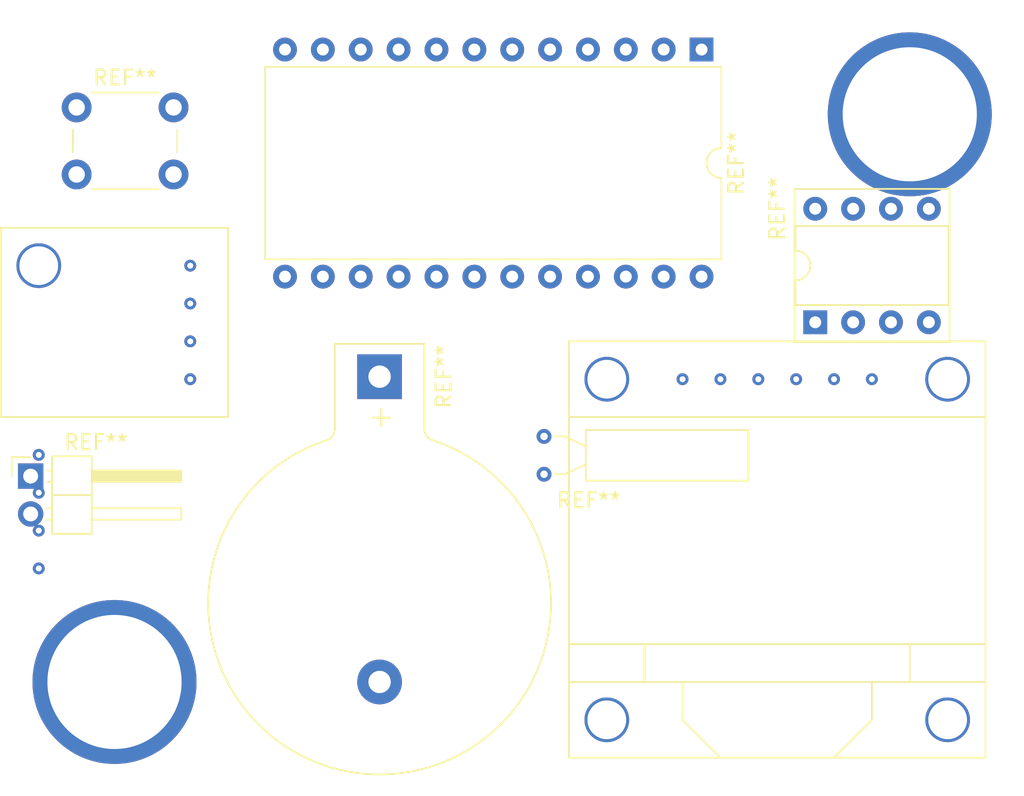
<source format=kicad_pcb>
(kicad_pcb (version 20211014) (generator pcbnew)
  (layers (0 "F.Cu" signal) (31 "B.Cu" signal) (34 "B.Paste" user) (35 "F.Paste" user) (36 "B.SilkS" user "B.Silkscreen") (37 "F.SilkS" user "F.Silkscreen") (38 "B.Mask" user) (39 "F.Mask" user) (44 "Edge.Cuts" user))
  (net 0 "")
  (footprint "Package_DIP:DIP-8_W7.62mm_Socket" (layer "F.Cu") (at 222.26 54.6 90)
    (fp_text reference "REF**" (at 7.62 -2.54 90) (layer "F.SilkS"))
    (fp_text value "DS1302")
    (fp_line (start 6.46 -1.33) (end 4.81 -1.33) (layer "F.SilkS") (width 0.12))
    (fp_line (start -1.33 9.01) (end 8.95 9.01) (layer "F.SilkS") (width 0.12))
    (fp_line (start 1.16 -1.33) (end 1.16 8.95) (layer "F.SilkS") (width 0.12))
    (fp_line (start 8.95 9.01) (end 8.95 -1.39) (layer "F.SilkS") (width 0.12))
    (fp_line (start 1.16 8.95) (end 6.46 8.95) (layer "F.SilkS") (width 0.12))
    (fp_line (start 8.95 -1.39) (end -1.33 -1.39) (layer "F.SilkS") (width 0.12))
    (fp_line (start 2.81 -1.33) (end 1.16 -1.33) (layer "F.SilkS") (width 0.12))
    (fp_line (start -1.33 -1.39) (end -1.33 9.01) (layer "F.SilkS") (width 0.12))
    (fp_line (start 6.46 8.95) (end 6.46 -1.33) (layer "F.SilkS") (width 0.12))
    (fp_arc (start 4.81 -1.33) (mid 3.81 -0.33) (end 2.81 -1.33) (layer "F.SilkS") (width 0.12))
    (pad "1" thru_hole rect (at 0 0 90) (size 1.6 1.6) (drill 0.8) (layers F&B.Cu *.Mask))
    (pad "2" thru_hole oval (at 0 2.54 90) (size 1.6 1.6) (drill 0.8) (layers F&B.Cu *.Mask))
    (pad "3" thru_hole oval (at 0 5.08 90) (size 1.6 1.6) (drill 0.8) (layers F&B.Cu *.Mask))
    (pad "4" thru_hole oval (at 0 7.62 90) (size 1.6 1.6) (drill 0.8) (layers F&B.Cu *.Mask))
    (pad "5" thru_hole oval (at 7.62 7.62 90) (size 1.6 1.6) (drill 0.8) (layers F&B.Cu *.Mask))
    (pad "6" thru_hole oval (at 7.62 5.08 90) (size 1.6 1.6) (drill 0.8) (layers F&B.Cu *.Mask))
    (pad "7" thru_hole oval (at 7.62 2.54 90) (size 1.6 1.6) (drill 0.8) (layers F&B.Cu *.Mask))
    (pad "8" thru_hole oval (at 7.62 0 90) (size 1.6 1.6) (drill 0.8) (layers F&B.Cu *.Mask))
  )
  (footprint "Button_Switch_THT:SW_PUSH_6mm_H8.5mm" (layer "F.Cu") (at 172.72 40.18)
    (fp_text reference "REF**" (at 3.25 -2) (layer "F.SilkS"))
    (fp_text value "sw 1")
    (fp_line (start 6.75 3) (end 6.75 1.5) (layer "F.SilkS") (width 0.12))
    (fp_line (start -0.25 1.5) (end -0.25 3) (layer "F.SilkS") (width 0.12))
    (fp_line (start 5.5 -1) (end 1 -1) (layer "F.SilkS") (width 0.12))
    (fp_line (start 1 5.5) (end 5.5 5.5) (layer "F.SilkS") (width 0.12))
    (pad "1" thru_hole circle (at 6.5 0 90) (size 2 2) (drill 1.1) (layers F&B.Cu *.Mask))
    (pad "1" thru_hole circle (at 0 0 90) (size 2 2) (drill 1.1) (layers F&B.Cu *.Mask))
    (pad "2" thru_hole circle (at 0 4.5 90) (size 2 2) (drill 1.1) (layers F&B.Cu *.Mask))
    (pad "2" thru_hole circle (at 6.5 4.5 90) (size 2 2) (drill 1.1) (layers F&B.Cu *.Mask))
  )
  (footprint "Battery:BatteryHolder_Keystone_103_1x20mm" (layer "F.Cu") (at 193.04 58.25 -90)
    (fp_text reference "REF**" (at 0 -4.3 90) (layer "F.SilkS"))
    (fp_text value "3.3V")
    (fp_text user "+" (at 2.75 0 90) (layer "F.SilkS") (effects (font (size 1.5 1.5))))
    (fp_line (start -2.2 3) (end -2.2 -3) (layer "F.SilkS") (width 0.12))
    (fp_line (start -2.2 -3) (end 3.5 -3) (layer "F.SilkS") (width 0.12))
    (fp_line (start -2.2 3) (end 3.5 3) (layer "F.SilkS") (width 0.12))
    (fp_arc (start 3.5 3) (mid 3.950694 3.136459) (end 4.25 3.5) (layer "F.SilkS") (width 0.12))
    (fp_arc (start 26.695671 0) (mid 16.971103 11.358466) (end 4.25 3.5) (layer "F.SilkS") (width 0.12))
    (fp_arc (start 4.25 -3.5) (mid 16.971103 -11.358466) (end 26.695671 0) (layer "F.SilkS") (width 0.12))
    (fp_arc (start 4.25 -3.5) (mid 3.950694 -3.136459) (end 3.5 -3) (layer "F.SilkS") (width 0.12))
    (pad "1" thru_hole rect (at 0 0 270) (size 3 3) (drill 1.5) (layers F&B.Cu *.Mask))
    (pad "2" thru_hole circle (at 20.49 0 270) (size 3 3) (drill 1.5) (layers F&B.Cu *.Mask))
  )
  (footprint "Crystal:Crystal_AT310_D3.0mm_L10.0mm_Horizontal" (layer "F.Cu") (at 204.07 64.8 90)
    (fp_text reference "REF**" (at -1.75 3) (layer "F.SilkS"))
    (fp_text value ".")
    (fp_line (start 2.54 1.4) (end 2.54 0.7) (layer "F.SilkS") (width 0.12))
    (fp_line (start -0.43 2.8) (end -0.43 13.7) (layer "F.SilkS") (width 0.12))
    (fp_line (start 0 1.4) (end 0 0.7) (layer "F.SilkS") (width 0.12))
    (fp_line (start -0.43 13.7) (end 2.97 13.7) (layer "F.SilkS") (width 0.12))
    (fp_line (start 2.97 13.7) (end 2.97 2.8) (layer "F.SilkS") (width 0.12))
    (fp_line (start 0.67 2.8) (end 0 1.4) (layer "F.SilkS") (width 0.12))
    (fp_line (start 2.97 2.8) (end -0.43 2.8) (layer "F.SilkS") (width 0.12))
    (fp_line (start 1.87 2.8) (end 2.54 1.4) (layer "F.SilkS") (width 0.12))
    (pad "1" thru_hole circle (at 0 0 90) (size 1 1) (drill 0.5) (layers F&B.Cu *.Mask))
    (pad "2" thru_hole circle (at 2.54 0 90) (size 1 1) (drill 0.5) (layers F&B.Cu *.Mask))
  )
  (footprint "Connector_PinHeader_2.54mm:PinHeader_1x02_P2.54mm_Horizontal" (layer "F.Cu") (at 169.635 64.925)
    (fp_text reference "REF**" (at 4.385 -2.27) (layer "F.SilkS"))
    (fp_text value ".")
    (fp_line (start 1.11 0.38) (end 1.44 0.38) (layer "F.SilkS") (width 0.12))
    (fp_line (start 4.1 -1.33) (end 1.44 -1.33) (layer "F.SilkS") (width 0.12))
    (fp_line (start 4.1 -0.08) (end 10.1 -0.08) (layer "F.SilkS") (width 0.12))
    (fp_line (start 4.1 0.28) (end 10.1 0.28) (layer "F.SilkS") (width 0.12))
    (fp_line (start 1.44 1.27) (end 4.1 1.27) (layer "F.SilkS") (width 0.12))
    (fp_line (start 10.1 2.92) (end 4.1 2.92) (layer "F.SilkS") (width 0.12))
    (fp_line (start -1.27 0) (end -1.27 -1.27) (layer "F.SilkS") (width 0.12))
    (fp_line (start 4.1 0.04) (end 10.1 0.04) (layer "F.SilkS") (width 0.12))
    (fp_line (start 4.1 3.87) (end 4.1 -1.33) (layer "F.SilkS") (width 0.12))
    (fp_line (start 4.1 2.16) (end 10.1 2.16) (layer "F.SilkS") (width 0.12))
    (fp_line (start 1.44 -1.33) (end 1.44 3.87) (layer "F.SilkS") (width 0.12))
    (fp_line (start 10.1 2.16) (end 10.1 2.92) (layer "F.SilkS") (width 0.12))
    (fp_line (start 10.1 -0.38) (end 10.1 0.38) (layer "F.SilkS") (width 0.12))
    (fp_line (start 1.44 3.87) (end 4.1 3.87) (layer "F.SilkS") (width 0.12))
    (fp_line (start 1.042929 2.16) (end 1.44 2.16) (layer "F.SilkS") (width 0.12))
    (fp_line (start 4.1 -0.2) (end 10.1 -0.2) (layer "F.SilkS") (width 0.12))
    (fp_line (start 4.1 -0.32) (end 10.1 -0.32) (layer "F.SilkS") (width 0.12))
    (fp_line (start 1.042929 2.92) (end 1.44 2.92) (layer "F.SilkS") (width 0.12))
    (fp_line (start 10.1 0.38) (end 4.1 0.38) (layer "F.SilkS") (width 0.12))
    (fp_line (start 4.1 0.16) (end 10.1 0.16) (layer "F.SilkS") (width 0.12))
    (fp_line (start 1.11 -0.38) (end 1.44 -0.38) (layer "F.SilkS") (width 0.12))
    (fp_line (start 4.1 -0.38) (end 10.1 -0.38) (layer "F.SilkS") (width 0.12))
    (fp_line (start -1.27 -1.27) (end 0 -1.27) (layer "F.SilkS") (width 0.12))
    (pad "1" thru_hole rect (at 0 0) (size 1.7 1.7) (drill 1) (layers F&B.Cu *.Mask))
    (pad "2" thru_hole oval (at 0 2.54) (size 1.7 1.7) (drill 1) (layers F&B.Cu *.Mask))
  )
  (footprint "Package_DIP:DIP-24_W15.24mm" (layer "F.Cu") (at 214.635 36.295 -90)
    (fp_text reference "REF**" (at 7.62 -2.33 90) (layer "F.SilkS"))
    (fp_text value "DIP-24_W15.24mm")
    (fp_line (start 1.16 -1.33) (end 1.16 29.27) (layer "F.SilkS") (width 0.12))
    (fp_line (start 6.62 -1.33) (end 1.16 -1.33) (layer "F.SilkS") (width 0.12))
    (fp_line (start 14.08 -1.33) (end 8.62 -1.33) (layer "F.SilkS") (width 0.12))
    (fp_line (start 1.16 29.27) (end 14.08 29.27) (layer "F.SilkS") (width 0.12))
    (fp_line (start 14.08 29.27) (end 14.08 -1.33) (layer "F.SilkS") (width 0.12))
    (fp_arc (start 8.62 -1.33) (mid 7.62 -0.33) (end 6.62 -1.33) (layer "F.SilkS") (width 0.12))
    (pad "1" thru_hole rect (at 0 0 270) (size 1.6 1.6) (drill 0.8) (layers F&B.Cu *.Mask))
    (pad "2" thru_hole oval (at 0 2.54 270) (size 1.6 1.6) (drill 0.8) (layers F&B.Cu *.Mask))
    (pad "3" thru_hole oval (at 0 5.08 270) (size 1.6 1.6) (drill 0.8) (layers F&B.Cu *.Mask))
    (pad "4" thru_hole oval (at 0 7.62 270) (size 1.6 1.6) (drill 0.8) (layers F&B.Cu *.Mask))
    (pad "5" thru_hole oval (at 0 10.16 270) (size 1.6 1.6) (drill 0.8) (layers F&B.Cu *.Mask))
    (pad "6" thru_hole oval (at 0 12.7 270) (size 1.6 1.6) (drill 0.8) (layers F&B.Cu *.Mask))
    (pad "7" thru_hole oval (at 0 15.24 270) (size 1.6 1.6) (drill 0.8) (layers F&B.Cu *.Mask))
    (pad "8" thru_hole oval (at 0 17.78 270) (size 1.6 1.6) (drill 0.8) (layers F&B.Cu *.Mask))
    (pad "9" thru_hole oval (at 0 20.32 270) (size 1.6 1.6) (drill 0.8) (layers F&B.Cu *.Mask))
    (pad "10" thru_hole oval (at 0 22.86 270) (size 1.6 1.6) (drill 0.8) (layers F&B.Cu *.Mask))
    (pad "11" thru_hole oval (at 0 25.4 270) (size 1.6 1.6) (drill 0.8) (layers F&B.Cu *.Mask))
    (pad "12" thru_hole oval (at 0 27.94 270) (size 1.6 1.6) (drill 0.8) (layers F&B.Cu *.Mask))
    (pad "13" thru_hole oval (at 15.24 27.94 270) (size 1.6 1.6) (drill 0.8) (layers F&B.Cu *.Mask))
    (pad "14" thru_hole oval (at 15.24 25.4 270) (size 1.6 1.6) (drill 0.8) (layers F&B.Cu *.Mask))
    (pad "15" thru_hole oval (at 15.24 22.86 270) (size 1.6 1.6) (drill 0.8) (layers F&B.Cu *.Mask))
    (pad "16" thru_hole oval (at 15.24 20.32 270) (size 1.6 1.6) (drill 0.8) (layers F&B.Cu *.Mask))
    (pad "17" thru_hole oval (at 15.24 17.78 270) (size 1.6 1.6) (drill 0.8) (layers F&B.Cu *.Mask))
    (pad "18" thru_hole oval (at 15.24 15.24 270) (size 1.6 1.6) (drill 0.8) (layers F&B.Cu *.Mask))
    (pad "19" thru_hole oval (at 15.24 12.7 270) (size 1.6 1.6) (drill 0.8) (layers F&B.Cu *.Mask))
    (pad "20" thru_hole oval (at 15.24 10.16 270) (size 1.6 1.6) (drill 0.8) (layers F&B.Cu *.Mask))
    (pad "21" thru_hole oval (at 15.24 7.62 270) (size 1.6 1.6) (drill 0.8) (layers F&B.Cu *.Mask))
    (pad "22" thru_hole oval (at 15.24 5.08 270) (size 1.6 1.6) (drill 0.8) (layers F&B.Cu *.Mask))
    (pad "23" thru_hole oval (at 15.24 2.54 270) (size 1.6 1.6) (drill 0.8) (layers F&B.Cu *.Mask))
    (pad "24" thru_hole oval (at 15.24 0 270) (size 1.6 1.6) (drill 0.8) (layers F&B.Cu *.Mask))
  )
  (gr_line (start 205.74 76.2) (end 233.68 76.2) (layer "F.SilkS") (width 0.12))
  (gr_line (start 210.82 76.2) (end 210.82 78.74) (layer "F.SilkS") (width 0.12))
  (gr_line (start 226.06 81.28) (end 226.06 78.74) (layer "F.SilkS") (width 0.12))
  (gr_rect (start 167.64 48.26) (end 182.88 60.96) (layer "F.SilkS") (width 0.12) (fill none))
  (gr_line (start 228.6 76.2) (end 228.6 78.74) (layer "F.SilkS") (width 0.12))
  (gr_rect (start 205.74 55.88) (end 233.68 83.82) (layer "F.SilkS") (width 0.12) (fill none))
  (gr_line (start 223.52 83.82) (end 226.06 81.28) (layer "F.SilkS") (width 0.12))
  (gr_line (start 213.36 81.28) (end 215.9 83.82) (layer "F.SilkS") (width 0.12))
  (gr_line (start 213.36 78.74) (end 213.36 81.28) (layer "F.SilkS") (width 0.12))
  (gr_line (start 205.74 60.96) (end 233.68 60.96) (layer "F.SilkS") (width 0.12))
  (gr_line (start 205.74 78.74) (end 233.68 78.74) (layer "F.SilkS") (width 0.12))
  (via locked (at 170.18 68.58) (size 0.8) (drill 0.4) (layers "F.Cu" "B.Cu") (net 0))
  (via (at 218.44 58.42) (size 0.8) (drill 0.4) (layers "F.Cu" "B.Cu") (net 0))
  (via (at 228.6 40.64) (size 11) (drill 9) (layers "F.Cu" "B.Cu") (net 0))
  (via (at 223.52 58.42) (size 0.8) (drill 0.4) (layers "F.Cu" "B.Cu") (net 0))
  (via (at 175.26 78.74) (size 0.8) (drill 0.4) (layers "F.Cu" "B.Cu") (net 0))
  (via (at 213.36 58.42) (size 0.8) (drill 0.4) (layers "F.Cu" "B.Cu") (net 0))
  (via locked (at 170.18 71.12) (size 0.8) (drill 0.4) (layers "F.Cu" "B.Cu") (net 0))
  (via (at 208.28 81.28) (size 3) (drill 2.6) (layers "F.Cu" "B.Cu") (net 0))
  (via locked (at 170.18 66.04) (size 0.8) (drill 0.4) (layers "F.Cu" "B.Cu") (net 0))
  (via (at 175.26 78.74) (size 11) (drill 9) (layers "F.Cu" "B.Cu") (net 0))
  (via (at 180.34 55.88) (size 0.8) (drill 0.4) (layers "F.Cu" "B.Cu") (net 0))
  (via (at 180.34 58.42) (size 0.8) (drill 0.4) (layers "F.Cu" "B.Cu") (net 0))
  (via (at 231.14 81.28) (size 3) (drill 2.6) (layers "F.Cu" "B.Cu") (net 0))
  (via (at 180.34 53.34) (size 0.8) (drill 0.4) (layers "F.Cu" "B.Cu") (net 0))
  (via (at 180.34 50.8) (size 0.8) (drill 0.4) (layers "F.Cu" "B.Cu") (net 0))
  (via (at 231.14 58.42) (size 3) (drill 2.6) (layers "F.Cu" "B.Cu") (net 0))
  (via (at 226.06 58.42) (size 0.8) (drill 0.4) (layers "F.Cu" "B.Cu") (net 0))
  (via (at 170.18 50.8) (size 3) (drill 2.6) (layers "F.Cu" "B.Cu") (net 0))
  (via (at 208.28 58.42) (size 3) (drill 2.6) (layers "F.Cu" "B.Cu") (net 0))
  (via locked (at 170.18 63.5) (size 0.8) (drill 0.4) (layers "F.Cu" "B.Cu") (net 0))
  (via (at 215.9 58.42) (size 0.8) (drill 0.4) (layers "F.Cu" "B.Cu") (net 0))
  (via (at 220.98 58.42) (size 0.8) (drill 0.4) (layers "F.Cu" "B.Cu") (net 0))
)
</source>
